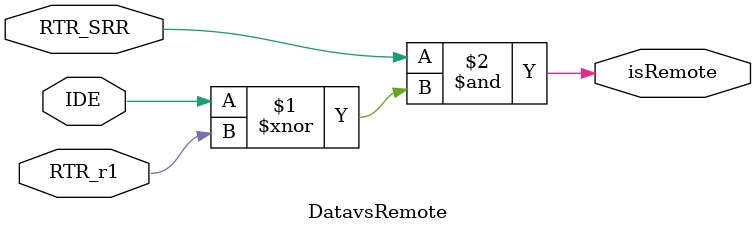
<source format=v>
module DatavsRemote(
RTR_SRR,
IDE,
RTR_r1,
isRemote
);
	input RTR_SRR, IDE, RTR_r1;
	output isRemote;
	assign isRemote = RTR_SRR & (IDE ~^ RTR_r1);
endmodule

</source>
